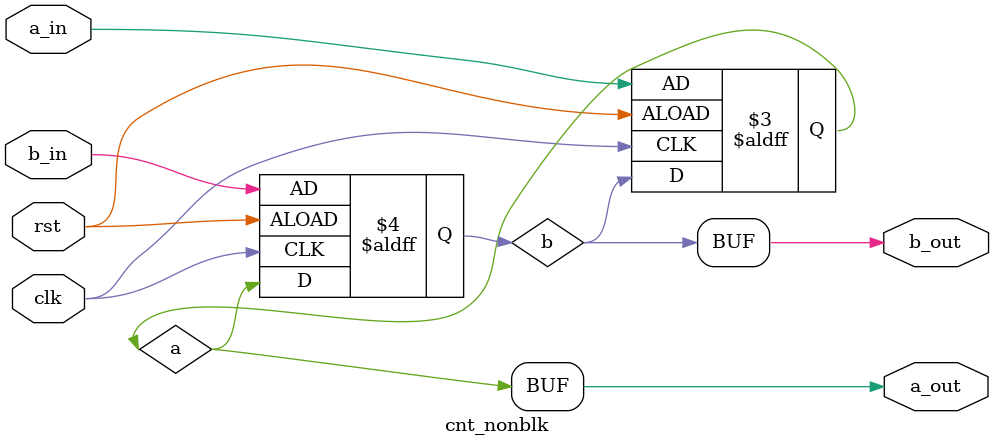
<source format=v>
module cnt_nonblk(clk, rst, a_in, b_in, a_out, b_out);

    input clk, rst, a_in, b_in;
    output a_out, b_out;
    reg a, b;

    assign a_out = a;
    assign b_out = b;

    always@(posedge clk or negedge rst)begin
        if(~rst) begin
            a <= a_in;
            b <= b_in;
        end
        else begin
           a <= b;
           b <= a; 
        end
    end

endmodule
</source>
